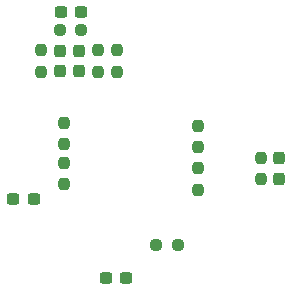
<source format=gbr>
%TF.GenerationSoftware,KiCad,Pcbnew,8.0.6*%
%TF.CreationDate,2024-12-29T21:13:32-06:00*%
%TF.ProjectId,Wienbridge,5769656e-6272-4696-9467-652e6b696361,rev?*%
%TF.SameCoordinates,Original*%
%TF.FileFunction,Paste,Top*%
%TF.FilePolarity,Positive*%
%FSLAX46Y46*%
G04 Gerber Fmt 4.6, Leading zero omitted, Abs format (unit mm)*
G04 Created by KiCad (PCBNEW 8.0.6) date 2024-12-29 21:13:32*
%MOMM*%
%LPD*%
G01*
G04 APERTURE LIST*
G04 Aperture macros list*
%AMRoundRect*
0 Rectangle with rounded corners*
0 $1 Rounding radius*
0 $2 $3 $4 $5 $6 $7 $8 $9 X,Y pos of 4 corners*
0 Add a 4 corners polygon primitive as box body*
4,1,4,$2,$3,$4,$5,$6,$7,$8,$9,$2,$3,0*
0 Add four circle primitives for the rounded corners*
1,1,$1+$1,$2,$3*
1,1,$1+$1,$4,$5*
1,1,$1+$1,$6,$7*
1,1,$1+$1,$8,$9*
0 Add four rect primitives between the rounded corners*
20,1,$1+$1,$2,$3,$4,$5,0*
20,1,$1+$1,$4,$5,$6,$7,0*
20,1,$1+$1,$6,$7,$8,$9,0*
20,1,$1+$1,$8,$9,$2,$3,0*%
G04 Aperture macros list end*
%ADD10RoundRect,0.237500X0.237500X-0.287500X0.237500X0.287500X-0.237500X0.287500X-0.237500X-0.287500X0*%
%ADD11RoundRect,0.237500X-0.237500X0.287500X-0.237500X-0.287500X0.237500X-0.287500X0.237500X0.287500X0*%
%ADD12RoundRect,0.237500X-0.237500X0.250000X-0.237500X-0.250000X0.237500X-0.250000X0.237500X0.250000X0*%
%ADD13RoundRect,0.237500X-0.300000X-0.237500X0.300000X-0.237500X0.300000X0.237500X-0.300000X0.237500X0*%
%ADD14RoundRect,0.237500X0.237500X-0.250000X0.237500X0.250000X-0.237500X0.250000X-0.237500X-0.250000X0*%
%ADD15RoundRect,0.237500X0.300000X0.237500X-0.300000X0.237500X-0.300000X-0.237500X0.300000X-0.237500X0*%
%ADD16RoundRect,0.237500X-0.250000X-0.237500X0.250000X-0.237500X0.250000X0.237500X-0.250000X0.237500X0*%
%ADD17RoundRect,0.237500X-0.237500X0.300000X-0.237500X-0.300000X0.237500X-0.300000X0.237500X0.300000X0*%
G04 APERTURE END LIST*
D10*
%TO.C,D1*%
X115300000Y-112075000D03*
X115300000Y-110325000D03*
%TD*%
D11*
%TO.C,D2*%
X113700000Y-110325000D03*
X113700000Y-112075000D03*
%TD*%
D12*
%TO.C,R5*%
X114000000Y-116412500D03*
X114000000Y-118237500D03*
%TD*%
D13*
%TO.C,C1*%
X113737500Y-107060000D03*
X115462500Y-107060000D03*
%TD*%
D14*
%TO.C,R7*%
X125400000Y-122112500D03*
X125400000Y-120287500D03*
%TD*%
%TO.C,R1*%
X118500000Y-112112500D03*
X118500000Y-110287500D03*
%TD*%
D15*
%TO.C,C2*%
X119292500Y-129600000D03*
X117567500Y-129600000D03*
%TD*%
D16*
%TO.C,R4*%
X113687500Y-108600000D03*
X115512500Y-108600000D03*
%TD*%
D12*
%TO.C,R3*%
X112100000Y-110287500D03*
X112100000Y-112112500D03*
%TD*%
%TO.C,R10*%
X130700000Y-119387500D03*
X130700000Y-121212500D03*
%TD*%
%TO.C,R6*%
X114000000Y-119812500D03*
X114000000Y-121637500D03*
%TD*%
D17*
%TO.C,C3*%
X132200000Y-119437500D03*
X132200000Y-121162500D03*
%TD*%
D13*
%TO.C,C4*%
X109737500Y-122900000D03*
X111462500Y-122900000D03*
%TD*%
D16*
%TO.C,R8*%
X121817500Y-126800000D03*
X123642500Y-126800000D03*
%TD*%
D14*
%TO.C,R2*%
X116900000Y-112112500D03*
X116900000Y-110287500D03*
%TD*%
%TO.C,R9*%
X125400000Y-118512500D03*
X125400000Y-116687500D03*
%TD*%
M02*

</source>
